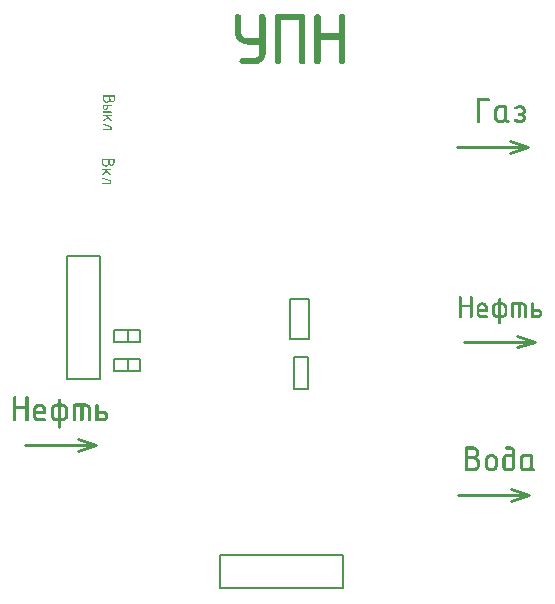
<source format=gto>
G04 Layer_Color=65535*
%FSLAX44Y44*%
%MOMM*%
G71*
G01*
G75*
%ADD23C,0.2540*%
%ADD24C,0.2000*%
G36*
X477752Y474991D02*
X478181Y474913D01*
X478689Y474757D01*
X479196Y474523D01*
X479743Y474171D01*
X480250Y473742D01*
X480289Y473703D01*
X480445Y473508D01*
X480680Y473234D01*
X480914Y472883D01*
X481148Y472415D01*
X481382Y471868D01*
X481538Y471283D01*
X481577Y470619D01*
Y470580D01*
Y470502D01*
Y470385D01*
X481538Y470228D01*
X481499Y469838D01*
X481382Y469330D01*
X481226Y468823D01*
X480953Y468316D01*
X480601Y467847D01*
X480133Y467496D01*
X480211Y467457D01*
X480367Y467340D01*
X480601Y467144D01*
X480875Y466832D01*
X481109Y466403D01*
X481343Y465895D01*
X481499Y465231D01*
X481577Y464412D01*
Y464372D01*
Y464333D01*
Y464099D01*
X481499Y463748D01*
X481421Y463318D01*
X481265Y462850D01*
X481031Y462303D01*
X480680Y461796D01*
X480250Y461288D01*
X480211Y461249D01*
X480016Y461093D01*
X479743Y460898D01*
X479391Y460664D01*
X478923Y460390D01*
X478376Y460195D01*
X477752Y460039D01*
X477088Y460000D01*
X475839D01*
X475604Y460039D01*
X475292Y460078D01*
X474863Y460156D01*
X474433Y460234D01*
X473887Y460390D01*
X473340Y460586D01*
X473262Y460625D01*
X473067Y460703D01*
X472793Y460859D01*
X472481Y461054D01*
X472169Y461288D01*
X471895Y461601D01*
X471700Y461913D01*
X471661Y462108D01*
X471622Y462303D01*
Y462342D01*
Y462381D01*
X471661Y462577D01*
X471739Y462850D01*
X471895Y463201D01*
Y463240D01*
X471935Y463279D01*
X472130Y463475D01*
X472364Y463631D01*
X472520Y463670D01*
X472715Y463709D01*
X472754D01*
X472832Y463670D01*
X472911Y463631D01*
X473106Y463592D01*
X473340Y463514D01*
X473652Y463357D01*
X474043Y463201D01*
X474082Y463162D01*
X474238Y463123D01*
X474472Y463045D01*
X474745Y462967D01*
X475409Y462772D01*
X475721Y462733D01*
X476034Y462694D01*
X477205D01*
X477322Y462733D01*
X477517Y462772D01*
X477908Y462928D01*
X478103Y463045D01*
X478298Y463201D01*
X478337Y463240D01*
X478376Y463279D01*
X478454Y463396D01*
X478571Y463553D01*
X478767Y463943D01*
X478806Y464177D01*
X478845Y464412D01*
Y464450D01*
Y464568D01*
X478806Y464685D01*
Y464880D01*
X478649Y465309D01*
X478532Y465505D01*
X478376Y465700D01*
X478298Y465778D01*
X478103Y465895D01*
X477752Y466051D01*
X477322Y466168D01*
X475917D01*
X475682Y466246D01*
X475370Y466363D01*
X475097Y466559D01*
X475019Y466637D01*
X474902Y466832D01*
X474785Y467105D01*
X474706Y467496D01*
Y467535D01*
Y467574D01*
X474745Y467808D01*
X474863Y468120D01*
X475097Y468433D01*
X475136Y468472D01*
X475175Y468511D01*
X475253Y468589D01*
X475409Y468667D01*
X475565Y468745D01*
X475799Y468784D01*
X476034Y468862D01*
X477127D01*
X477283Y468901D01*
X477517Y468940D01*
X477947Y469057D01*
X478181Y469174D01*
X478376Y469330D01*
X478415Y469370D01*
X478454Y469409D01*
X478532Y469526D01*
X478610Y469682D01*
X478767Y470072D01*
X478845Y470345D01*
Y470619D01*
Y470658D01*
Y470736D01*
X478806Y470853D01*
X478767Y471048D01*
X478649Y471439D01*
X478493Y471634D01*
X478337Y471829D01*
X478298Y471868D01*
X478259Y471907D01*
X478142Y471985D01*
X477986Y472102D01*
X477595Y472298D01*
X477361Y472337D01*
X477088Y472376D01*
X475721D01*
X475487Y472337D01*
X475214D01*
X474902Y472298D01*
X474511Y472220D01*
X474121Y472141D01*
X474082D01*
X473965Y472102D01*
X473769Y472063D01*
X473535Y472024D01*
X473067Y471829D01*
X472872Y471751D01*
X472715Y471634D01*
X472676D01*
X472637Y471595D01*
X472442Y471556D01*
X472286Y471517D01*
X472169Y471556D01*
X472013Y471634D01*
X471895Y471790D01*
Y471829D01*
X471856Y471868D01*
X471778Y472102D01*
X471661Y472415D01*
X471622Y472727D01*
Y472766D01*
X471661Y472883D01*
X471739Y473078D01*
X471856Y473313D01*
X472091Y473586D01*
X472403Y473898D01*
X472872Y474211D01*
X473184Y474328D01*
X473496Y474484D01*
X473574Y474523D01*
X473730Y474562D01*
X474004Y474679D01*
X474355Y474796D01*
X474745Y474874D01*
X475175Y474991D01*
X475604Y475030D01*
X476034Y475069D01*
X477400D01*
X477752Y474991D01*
D02*
G37*
G36*
X124183Y459311D02*
X130425Y457243D01*
X130445D01*
X130484Y457204D01*
X130562Y457165D01*
X130640Y457126D01*
X130718Y457048D01*
X130796Y456951D01*
X130835Y456853D01*
X130854Y456717D01*
Y454610D01*
Y454590D01*
Y454532D01*
X130835Y454434D01*
X130796Y454337D01*
X130718Y454259D01*
X130640Y454161D01*
X130503Y454103D01*
X130328Y454083D01*
X123929D01*
X123851Y454103D01*
X123754Y454142D01*
X123656Y454220D01*
X123578Y454298D01*
X123519Y454434D01*
X123500Y454610D01*
Y454629D01*
Y454688D01*
X123519Y454785D01*
X123559Y454863D01*
X123617Y454961D01*
X123715Y455059D01*
X123832Y455117D01*
X124007Y455136D01*
X129801D01*
Y456346D01*
X123851Y458316D01*
X123832D01*
X123793Y458336D01*
X123676Y458414D01*
X123617Y458492D01*
X123559Y458570D01*
X123519Y458667D01*
X123500Y458804D01*
Y458823D01*
Y458882D01*
X123519Y458979D01*
X123559Y459058D01*
X123637Y459155D01*
X123715Y459253D01*
X123851Y459311D01*
X124027Y459331D01*
X124085D01*
X124183Y459311D01*
D02*
G37*
G36*
X464556Y475030D02*
X464751Y474991D01*
X465024Y474913D01*
X465298Y474718D01*
X465493Y474484D01*
X465649Y474171D01*
X465727Y473703D01*
Y463396D01*
Y463357D01*
Y463279D01*
X465766Y463162D01*
X465844Y463045D01*
X465961Y462889D01*
X466157Y462772D01*
X466391Y462694D01*
X466742Y462655D01*
X466898D01*
X467094Y462577D01*
X467289Y462499D01*
X467445Y462342D01*
X467640Y462108D01*
X467757Y461757D01*
X467796Y461327D01*
Y461288D01*
X467757Y461132D01*
X467718Y460898D01*
X467640Y460664D01*
X467445Y460429D01*
X467211Y460195D01*
X466859Y460039D01*
X466391Y460000D01*
X466118D01*
X465844Y460078D01*
X465493Y460156D01*
X465142Y460273D01*
X464712Y460468D01*
X464361Y460742D01*
X464010Y461093D01*
X463970Y461054D01*
X463814Y460937D01*
X463619Y460742D01*
X463307Y460547D01*
X462916Y460351D01*
X462448Y460156D01*
X461862Y460039D01*
X461238Y460000D01*
X459090D01*
X458856Y460039D01*
X458505Y460078D01*
X458075Y460156D01*
X457568Y460312D01*
X457060Y460547D01*
X456514Y460820D01*
X456006Y461249D01*
X455967Y461327D01*
X455811Y461483D01*
X455616Y461757D01*
X455382Y462147D01*
X455148Y462577D01*
X454952Y463123D01*
X454796Y463748D01*
X454757Y464412D01*
Y470619D01*
Y470658D01*
Y470697D01*
X454796Y470931D01*
X454835Y471283D01*
X454913Y471712D01*
X455069Y472220D01*
X455304Y472727D01*
X455577Y473274D01*
X456006Y473781D01*
X456084Y473820D01*
X456241Y473976D01*
X456514Y474171D01*
X456904Y474445D01*
X457334Y474679D01*
X457880Y474874D01*
X458505Y475030D01*
X459169Y475069D01*
X464400D01*
X464556Y475030D01*
D02*
G37*
G36*
X292485Y552489D02*
X292876Y552411D01*
X293423Y552255D01*
X293969Y551864D01*
X294360Y551396D01*
X294672Y550771D01*
X294828Y549834D01*
Y512656D01*
Y512578D01*
X294750Y512265D01*
X294672Y511796D01*
X294516Y511328D01*
X294125Y510859D01*
X293657Y510391D01*
X292954Y510078D01*
X292017Y510000D01*
X291939D01*
X291626Y510078D01*
X291157Y510156D01*
X290689Y510312D01*
X290220Y510625D01*
X289752Y511093D01*
X289439Y511796D01*
X289361Y512656D01*
Y547178D01*
X274209D01*
Y512656D01*
Y512578D01*
X274131Y512265D01*
X274053Y511796D01*
X273896Y511328D01*
X273506Y510859D01*
X273037Y510391D01*
X272334Y510078D01*
X271397Y510000D01*
X271319D01*
X271006Y510078D01*
X270538Y510156D01*
X270069Y510312D01*
X269601Y510625D01*
X269132Y511093D01*
X268820Y511796D01*
X268741Y512656D01*
Y549834D01*
Y549990D01*
X268820Y550302D01*
X268898Y550693D01*
X269054Y551240D01*
X269366Y551708D01*
X269835Y552177D01*
X270538Y552489D01*
X271397Y552567D01*
X292173D01*
X292485Y552489D01*
D02*
G37*
G36*
X130503Y475073D02*
X130601Y475034D01*
X130679Y474956D01*
X130776Y474878D01*
X130835Y474741D01*
X130854Y474566D01*
Y474546D01*
Y474488D01*
X130835Y474390D01*
X130796Y474293D01*
X130718Y474215D01*
X130640Y474117D01*
X130503Y474058D01*
X130328Y474039D01*
X127714D01*
Y472986D01*
Y472966D01*
Y472947D01*
Y472830D01*
X127675Y472673D01*
X127635Y472478D01*
X127557Y472244D01*
X127460Y471991D01*
X127304Y471737D01*
X127089Y471503D01*
X127070Y471484D01*
X126972Y471405D01*
X126855Y471308D01*
X126680Y471191D01*
X126465Y471074D01*
X126212Y470976D01*
X125919Y470898D01*
X125607Y470879D01*
X125451D01*
X125295Y470918D01*
X125080Y470957D01*
X124846Y471035D01*
X124592Y471132D01*
X124339Y471288D01*
X124105Y471503D01*
X124085Y471523D01*
X124007Y471620D01*
X123910Y471737D01*
X123812Y471913D01*
X123695Y472127D01*
X123597Y472381D01*
X123519Y472673D01*
X123500Y472986D01*
Y474566D01*
Y474585D01*
Y474644D01*
X123519Y474741D01*
X123559Y474819D01*
X123617Y474917D01*
X123715Y475014D01*
X123832Y475073D01*
X124007Y475092D01*
X130406D01*
X130503Y475073D01*
D02*
G37*
G36*
X133663Y483480D02*
X133761Y483442D01*
X133839Y483383D01*
X133936Y483285D01*
X133995Y483168D01*
X134014Y482993D01*
Y480359D01*
Y480340D01*
Y480301D01*
Y480242D01*
X133995Y480164D01*
X133975Y479969D01*
X133917Y479716D01*
X133839Y479403D01*
X133702Y479091D01*
X133507Y478779D01*
X133254Y478487D01*
X133215Y478448D01*
X133117Y478370D01*
X132961Y478253D01*
X132727Y478097D01*
X132454Y477960D01*
X132142Y477843D01*
X131791Y477765D01*
X131381Y477726D01*
X131264D01*
X131166Y477745D01*
X130932Y477784D01*
X130659Y477843D01*
X130328Y477960D01*
X129976Y478135D01*
X129820Y478253D01*
X129645Y478370D01*
X129489Y478526D01*
X129333Y478701D01*
X129313Y478682D01*
X129294Y478643D01*
X129235Y478565D01*
X129157Y478467D01*
X129079Y478350D01*
X128962Y478233D01*
X128826Y478097D01*
X128669Y477940D01*
X128474Y477804D01*
X128279Y477667D01*
X128065Y477550D01*
X127811Y477433D01*
X127557Y477336D01*
X127265Y477258D01*
X126972Y477219D01*
X126641Y477199D01*
X126524D01*
X126426Y477219D01*
X126309D01*
X126173Y477238D01*
X125880Y477316D01*
X125529Y477433D01*
X125158Y477589D01*
X124768Y477823D01*
X124592Y477980D01*
X124417Y478135D01*
Y478155D01*
X124378Y478175D01*
X124339Y478233D01*
X124280Y478292D01*
X124124Y478487D01*
X123968Y478760D01*
X123793Y479072D01*
X123637Y479462D01*
X123539Y479891D01*
X123519Y480125D01*
X123500Y480359D01*
Y482993D01*
Y483012D01*
Y483071D01*
X123519Y483149D01*
X123559Y483246D01*
X123617Y483344D01*
X123715Y483422D01*
X123832Y483480D01*
X124007Y483500D01*
X133566D01*
X133663Y483480D01*
D02*
G37*
G36*
X130503Y466665D02*
X130601Y466626D01*
X130679Y466548D01*
X130776Y466470D01*
X130835Y466334D01*
X130854Y466158D01*
Y466139D01*
Y466080D01*
X130835Y465983D01*
X130796Y465885D01*
X130718Y465807D01*
X130640Y465709D01*
X130503Y465651D01*
X130328Y465631D01*
X127401D01*
X130698Y462335D01*
X130718Y462315D01*
X130776Y462237D01*
X130835Y462120D01*
X130854Y461964D01*
Y461945D01*
Y461886D01*
X130835Y461788D01*
X130796Y461691D01*
X130718Y461613D01*
X130640Y461515D01*
X130503Y461457D01*
X130328Y461437D01*
X130288D01*
X130211Y461457D01*
X130074Y461496D01*
X129957Y461593D01*
X127635Y463895D01*
X124319Y461535D01*
X124300Y461515D01*
X124222Y461476D01*
X124124Y461457D01*
X124007Y461437D01*
X123929D01*
X123851Y461457D01*
X123754Y461496D01*
X123656Y461574D01*
X123578Y461652D01*
X123519Y461788D01*
X123500Y461964D01*
Y461984D01*
Y462003D01*
X123519Y462120D01*
X123597Y462257D01*
X123637Y462335D01*
X123715Y462393D01*
X126875Y464656D01*
X125899Y465631D01*
X123929D01*
X123851Y465651D01*
X123754Y465690D01*
X123656Y465768D01*
X123578Y465846D01*
X123519Y465983D01*
X123500Y466158D01*
Y466178D01*
Y466236D01*
X123519Y466334D01*
X123559Y466412D01*
X123617Y466509D01*
X123715Y466607D01*
X123832Y466665D01*
X124007Y466685D01*
X130406D01*
X130503Y466665D01*
D02*
G37*
G36*
Y469826D02*
X130601Y469786D01*
X130679Y469708D01*
X130776Y469630D01*
X130835Y469494D01*
X130854Y469318D01*
Y469299D01*
Y469240D01*
X130835Y469143D01*
X130796Y469045D01*
X130718Y468967D01*
X130640Y468870D01*
X130503Y468811D01*
X130328Y468792D01*
X123929D01*
X123851Y468811D01*
X123754Y468850D01*
X123656Y468928D01*
X123578Y469006D01*
X123519Y469143D01*
X123500Y469318D01*
Y469338D01*
Y469396D01*
X123519Y469494D01*
X123559Y469572D01*
X123617Y469669D01*
X123715Y469767D01*
X123832Y469826D01*
X124007Y469845D01*
X130406D01*
X130503Y469826D01*
D02*
G37*
G36*
X444883Y308153D02*
X445259Y308119D01*
X445737Y308016D01*
X446249Y307845D01*
X446830Y307606D01*
X447411Y307264D01*
X447957Y306786D01*
X448026Y306718D01*
X448162Y306547D01*
X448402Y306240D01*
X448675Y305830D01*
X448914Y305351D01*
X449153Y304771D01*
X449290Y304121D01*
X449358Y303404D01*
Y300432D01*
X442150D01*
Y298895D01*
Y298860D01*
Y298792D01*
X442184Y298655D01*
X442218Y298519D01*
X442355Y298177D01*
X442457Y297972D01*
X442594Y297801D01*
X442628Y297767D01*
X442662Y297733D01*
X442765Y297665D01*
X442901Y297596D01*
X443209Y297426D01*
X443414Y297391D01*
X443619Y297357D01*
X448197D01*
X448333Y297323D01*
X448504Y297289D01*
X448743Y297221D01*
X448982Y297050D01*
X449153Y296845D01*
X449290Y296572D01*
X449358Y296161D01*
Y296127D01*
X449324Y295991D01*
X449290Y295786D01*
X449222Y295581D01*
X449051Y295376D01*
X448846Y295171D01*
X448538Y295034D01*
X448128Y295000D01*
X443550D01*
X443345Y295034D01*
X443038Y295068D01*
X442662Y295137D01*
X442218Y295273D01*
X441774Y295478D01*
X441296Y295717D01*
X440852Y296093D01*
X440817Y296161D01*
X440681Y296298D01*
X440510Y296537D01*
X440305Y296879D01*
X440100Y297255D01*
X439929Y297733D01*
X439793Y298280D01*
X439758Y298860D01*
Y303370D01*
Y303404D01*
Y303472D01*
Y303575D01*
X439793Y303712D01*
X439827Y304087D01*
X439929Y304566D01*
X440100Y305078D01*
X440339Y305659D01*
X440681Y306240D01*
X441125Y306786D01*
X441193Y306855D01*
X441364Y306991D01*
X441671Y307230D01*
X442081Y307504D01*
X442560Y307743D01*
X443175Y307982D01*
X443824Y308119D01*
X444541Y308187D01*
X444746D01*
X444883Y308153D01*
D02*
G37*
G36*
X459470Y311774D02*
X459641Y311740D01*
X459880Y311672D01*
X460120Y311501D01*
X460290Y311296D01*
X460427Y311022D01*
X460495Y310613D01*
Y308187D01*
X460769D01*
X461042Y308153D01*
X461418D01*
X461794Y308084D01*
X462203Y308016D01*
X462613Y307948D01*
X462955Y307811D01*
X463023Y307777D01*
X463194Y307709D01*
X463433Y307572D01*
X463741Y307401D01*
X464082Y307128D01*
X464424Y306820D01*
X464800Y306479D01*
X465107Y306035D01*
X465141Y305966D01*
X465244Y305830D01*
X465381Y305590D01*
X465517Y305249D01*
X465654Y304873D01*
X465791Y304429D01*
X465893Y303916D01*
X465927Y303404D01*
Y299783D01*
Y299749D01*
Y299680D01*
Y299578D01*
X465893Y299441D01*
X465859Y299100D01*
X465756Y298621D01*
X465586Y298075D01*
X465312Y297528D01*
X464971Y296947D01*
X464492Y296401D01*
X464424Y296332D01*
X464253Y296196D01*
X463946Y295957D01*
X463536Y295717D01*
X463058Y295444D01*
X462477Y295205D01*
X461794Y295068D01*
X461076Y295000D01*
X460495D01*
Y290764D01*
Y290730D01*
X460461Y290593D01*
X460427Y290388D01*
X460359Y290183D01*
X460188Y289944D01*
X459983Y289773D01*
X459675Y289636D01*
X459266Y289568D01*
X459231D01*
X459095Y289602D01*
X458890Y289636D01*
X458685Y289705D01*
X458480Y289876D01*
X458275Y290081D01*
X458138Y290354D01*
X458104Y290764D01*
Y295000D01*
X457250D01*
X457113Y295034D01*
X456772Y295068D01*
X456293Y295171D01*
X455747Y295342D01*
X455200Y295581D01*
X454619Y295922D01*
X454073Y296367D01*
X454004Y296435D01*
X453868Y296606D01*
X453629Y296913D01*
X453389Y297323D01*
X453116Y297801D01*
X452877Y298416D01*
X452740Y299065D01*
X452672Y299783D01*
Y303370D01*
Y303404D01*
Y303472D01*
Y303575D01*
X452706Y303712D01*
X452740Y304087D01*
X452843Y304566D01*
X453014Y305078D01*
X453253Y305659D01*
X453594Y306240D01*
X454073Y306786D01*
X454141Y306855D01*
X454312Y306991D01*
X454619Y307230D01*
X455029Y307504D01*
X455508Y307743D01*
X456088Y307982D01*
X456737Y308119D01*
X457455Y308187D01*
X458104D01*
Y310613D01*
Y310681D01*
X458138Y310818D01*
X458172Y310988D01*
X458241Y311227D01*
X458377Y311432D01*
X458582Y311637D01*
X458890Y311774D01*
X459266Y311808D01*
X459334D01*
X459470Y311774D01*
D02*
G37*
G36*
X479183Y308119D02*
X479558Y308050D01*
X480002Y307914D01*
X480447Y307709D01*
X480925Y307401D01*
X481369Y307025D01*
X481403Y306991D01*
X481540Y306820D01*
X481745Y306581D01*
X481950Y306274D01*
X482155Y305864D01*
X482360Y305385D01*
X482496Y304873D01*
X482531Y304292D01*
Y296161D01*
Y296127D01*
X482496Y295991D01*
X482462Y295786D01*
X482394Y295581D01*
X482223Y295376D01*
X482018Y295171D01*
X481711Y295034D01*
X481301Y295000D01*
X481266D01*
X481130Y295034D01*
X480925Y295068D01*
X480720Y295137D01*
X480515Y295273D01*
X480310Y295478D01*
X480173Y295786D01*
X480139Y296161D01*
Y304292D01*
Y304326D01*
Y304395D01*
X480105Y304531D01*
X480071Y304668D01*
X479934Y305044D01*
X479832Y305215D01*
X479661Y305385D01*
X479627Y305420D01*
X479593Y305454D01*
X479490Y305522D01*
X479353Y305625D01*
X479012Y305761D01*
X478841Y305795D01*
X478602Y305830D01*
X477099D01*
Y296161D01*
Y296127D01*
X477064Y295991D01*
X477030Y295786D01*
X476962Y295581D01*
X476791Y295376D01*
X476586Y295171D01*
X476279Y295034D01*
X475869Y295000D01*
X475835D01*
X475698Y295034D01*
X475493Y295068D01*
X475288Y295137D01*
X475083Y295273D01*
X474878Y295478D01*
X474741Y295786D01*
X474707Y296161D01*
Y305830D01*
X471667D01*
Y296161D01*
Y296127D01*
X471632Y295991D01*
X471598Y295786D01*
X471530Y295581D01*
X471359Y295376D01*
X471154Y295171D01*
X470847Y295034D01*
X470437Y295000D01*
X470403D01*
X470266Y295034D01*
X470061Y295068D01*
X469856Y295137D01*
X469651Y295273D01*
X469446Y295478D01*
X469309Y295786D01*
X469275Y296161D01*
Y306991D01*
Y307059D01*
X469309Y307196D01*
X469344Y307367D01*
X469412Y307606D01*
X469548Y307811D01*
X469753Y308016D01*
X470061Y308153D01*
X470437Y308187D01*
X478875D01*
X479183Y308119D01*
D02*
G37*
G36*
X487245Y308153D02*
X487416Y308119D01*
X487655Y308050D01*
X487894Y307879D01*
X488065Y307675D01*
X488201Y307401D01*
X488270Y306991D01*
Y302789D01*
X491823D01*
X492130Y302721D01*
X492506Y302652D01*
X492950Y302516D01*
X493394Y302311D01*
X493873Y302003D01*
X494317Y301628D01*
X494351Y301593D01*
X494487Y301423D01*
X494692Y301183D01*
X494897Y300876D01*
X495103Y300466D01*
X495307Y299988D01*
X495444Y299475D01*
X495478Y298895D01*
Y298860D01*
Y298826D01*
Y298621D01*
X495410Y298314D01*
X495342Y297938D01*
X495205Y297494D01*
X495000Y297050D01*
X494692Y296572D01*
X494317Y296127D01*
X494283Y296093D01*
X494112Y295957D01*
X493873Y295786D01*
X493565Y295581D01*
X493155Y295342D01*
X492677Y295171D01*
X492130Y295034D01*
X491549Y295000D01*
X487006D01*
X486869Y295034D01*
X486664Y295068D01*
X486459Y295137D01*
X486254Y295273D01*
X486049Y295478D01*
X485913Y295786D01*
X485878Y296161D01*
Y306991D01*
Y307059D01*
X485913Y307196D01*
X485947Y307367D01*
X486015Y307606D01*
X486152Y307811D01*
X486357Y308016D01*
X486664Y308153D01*
X487040Y308187D01*
X487108D01*
X487245Y308153D01*
D02*
G37*
G36*
X435386Y313585D02*
X435556Y313550D01*
X435796Y313482D01*
X436035Y313311D01*
X436205Y313106D01*
X436342Y312833D01*
X436410Y312423D01*
Y296161D01*
Y296127D01*
X436376Y295991D01*
X436342Y295786D01*
X436274Y295581D01*
X436103Y295376D01*
X435898Y295171D01*
X435591Y295034D01*
X435181Y295000D01*
X435146D01*
X435010Y295034D01*
X434805Y295068D01*
X434600Y295137D01*
X434395Y295273D01*
X434190Y295478D01*
X434053Y295786D01*
X434019Y296161D01*
Y304019D01*
X427391D01*
Y296161D01*
Y296127D01*
X427357Y295991D01*
X427323Y295786D01*
X427255Y295581D01*
X427084Y295376D01*
X426879Y295171D01*
X426572Y295034D01*
X426161Y295000D01*
X426127D01*
X425991Y295034D01*
X425786Y295068D01*
X425581Y295137D01*
X425376Y295273D01*
X425171Y295478D01*
X425034Y295786D01*
X425000Y296161D01*
Y312423D01*
Y312491D01*
X425034Y312628D01*
X425068Y312799D01*
X425137Y313038D01*
X425273Y313243D01*
X425478Y313448D01*
X425786Y313585D01*
X426161Y313619D01*
X426230D01*
X426367Y313585D01*
X426537Y313550D01*
X426777Y313482D01*
X427016Y313311D01*
X427186Y313106D01*
X427323Y312833D01*
X427391Y312423D01*
Y306376D01*
X434019D01*
Y312423D01*
Y312491D01*
X434053Y312628D01*
X434087Y312799D01*
X434156Y313038D01*
X434292Y313243D01*
X434497Y313448D01*
X434805Y313585D01*
X435181Y313619D01*
X435249D01*
X435386Y313585D01*
D02*
G37*
G36*
X449799Y481238D02*
X449994Y481199D01*
X450267Y481120D01*
X450541Y480925D01*
X450736Y480691D01*
X450892Y480379D01*
X450970Y479910D01*
Y479871D01*
X450931Y479715D01*
X450892Y479481D01*
X450814Y479247D01*
X450619Y479012D01*
X450385Y478778D01*
X450033Y478622D01*
X449565Y478583D01*
X442733D01*
Y461327D01*
Y461288D01*
X442694Y461132D01*
X442655Y460898D01*
X442577Y460664D01*
X442381Y460429D01*
X442147Y460195D01*
X441796Y460039D01*
X441327Y460000D01*
X441288D01*
X441132Y460039D01*
X440898Y460078D01*
X440664Y460156D01*
X440429Y460312D01*
X440195Y460547D01*
X440039Y460898D01*
X440000Y461327D01*
Y479910D01*
Y479988D01*
X440039Y480145D01*
X440078Y480340D01*
X440156Y480613D01*
X440312Y480847D01*
X440547Y481082D01*
X440898Y481238D01*
X441327Y481277D01*
X449643D01*
X449799Y481238D01*
D02*
G37*
G36*
X326227Y552489D02*
X326617Y552411D01*
X327164Y552255D01*
X327711Y551864D01*
X328101Y551396D01*
X328414Y550771D01*
X328570Y549834D01*
Y512656D01*
Y512578D01*
X328492Y512265D01*
X328414Y511796D01*
X328257Y511328D01*
X327867Y510859D01*
X327398Y510391D01*
X326695Y510078D01*
X325758Y510000D01*
X325680D01*
X325368Y510078D01*
X324899Y510156D01*
X324430Y510312D01*
X323962Y510625D01*
X323493Y511093D01*
X323181Y511796D01*
X323102Y512656D01*
Y530620D01*
X307950D01*
Y512656D01*
Y512578D01*
X307872Y512265D01*
X307794Y511796D01*
X307638Y511328D01*
X307247Y510859D01*
X306779Y510391D01*
X306076Y510078D01*
X305138Y510000D01*
X305060D01*
X304748Y510078D01*
X304279Y510156D01*
X303811Y510312D01*
X303342Y510625D01*
X302873Y511093D01*
X302561Y511796D01*
X302483Y512656D01*
Y549834D01*
Y549990D01*
X302561Y550302D01*
X302639Y550693D01*
X302795Y551240D01*
X303108Y551708D01*
X303576Y552177D01*
X304279Y552489D01*
X305138Y552567D01*
X305294D01*
X305607Y552489D01*
X305998Y552411D01*
X306544Y552255D01*
X307091Y551864D01*
X307481Y551396D01*
X307794Y550771D01*
X307950Y549834D01*
Y536009D01*
X323102D01*
Y549834D01*
Y549990D01*
X323181Y550302D01*
X323259Y550693D01*
X323415Y551240D01*
X323727Y551708D01*
X324196Y552177D01*
X324899Y552489D01*
X325758Y552567D01*
X325914D01*
X326227Y552489D01*
D02*
G37*
G36*
X258744D02*
X259135Y552411D01*
X259681Y552255D01*
X260228Y551864D01*
X260618Y551396D01*
X260931Y550771D01*
X261087Y549834D01*
Y518826D01*
Y518748D01*
Y518670D01*
Y518201D01*
X260931Y517498D01*
X260775Y516639D01*
X260462Y515702D01*
X259994Y514608D01*
X259291Y513593D01*
X258431Y512578D01*
X258353Y512499D01*
X257963Y512187D01*
X257416Y511796D01*
X256713Y511328D01*
X255776Y510781D01*
X254683Y510391D01*
X253433Y510078D01*
X252105Y510000D01*
X241717D01*
X241405Y510078D01*
X240936Y510156D01*
X240467Y510312D01*
X239921Y510625D01*
X239530Y511093D01*
X239218Y511796D01*
X239062Y512656D01*
Y512812D01*
X239140Y513124D01*
X239218Y513515D01*
X239374Y514062D01*
X239764Y514530D01*
X240233Y514999D01*
X240858Y515311D01*
X241795Y515389D01*
X252339D01*
X252574Y515467D01*
X252964Y515546D01*
X253745Y515858D01*
X254136Y516092D01*
X254526Y516405D01*
X254604Y516483D01*
X254683Y516561D01*
X254839Y516795D01*
X255073Y517108D01*
X255464Y517889D01*
X255542Y518357D01*
X255620Y518826D01*
Y526480D01*
X245700D01*
X245310Y526558D01*
X244919D01*
X244373Y526636D01*
X243826Y526793D01*
X242420Y527183D01*
X241639Y527495D01*
X240858Y527886D01*
X240077Y528277D01*
X239296Y528823D01*
X238515Y529526D01*
X237734Y530229D01*
X237031Y531088D01*
X236406Y532104D01*
X236328Y532182D01*
X236172Y532494D01*
X235937Y532963D01*
X235703Y533588D01*
X235469Y534369D01*
X235234Y535306D01*
X235078Y536321D01*
X235000Y537415D01*
Y549834D01*
Y549990D01*
X235078Y550302D01*
X235156Y550693D01*
X235312Y551240D01*
X235625Y551708D01*
X236094Y552177D01*
X236796Y552489D01*
X237656Y552567D01*
X237812D01*
X238124Y552489D01*
X238515Y552411D01*
X239062Y552255D01*
X239608Y551864D01*
X239999Y551396D01*
X240311Y550771D01*
X240467Y549834D01*
Y537415D01*
Y537337D01*
Y537024D01*
X240546Y536556D01*
X240702Y536009D01*
X240858Y535384D01*
X241092Y534759D01*
X241483Y534056D01*
X242029Y533432D01*
X242108Y533353D01*
X242342Y533197D01*
X242654Y532963D01*
X243123Y532650D01*
X243670Y532338D01*
X244373Y532104D01*
X245154Y531948D01*
X245935Y531869D01*
X255620D01*
Y549834D01*
Y549990D01*
X255698Y550302D01*
X255776Y550693D01*
X255932Y551240D01*
X256245Y551708D01*
X256713Y552177D01*
X257416Y552489D01*
X258275Y552567D01*
X258431D01*
X258744Y552489D01*
D02*
G37*
G36*
X118631Y222530D02*
X118826Y222491D01*
X119099Y222413D01*
X119372Y222218D01*
X119567Y221984D01*
X119724Y221672D01*
X119802Y221203D01*
Y216401D01*
X123862D01*
X124213Y216323D01*
X124643Y216245D01*
X125150Y216089D01*
X125658Y215854D01*
X126204Y215503D01*
X126712Y215074D01*
X126751Y215035D01*
X126907Y214839D01*
X127141Y214566D01*
X127375Y214215D01*
X127610Y213746D01*
X127844Y213200D01*
X128000Y212614D01*
X128039Y211951D01*
Y211912D01*
Y211873D01*
Y211638D01*
X127961Y211287D01*
X127883Y210857D01*
X127727Y210350D01*
X127493Y209842D01*
X127141Y209296D01*
X126712Y208788D01*
X126673Y208749D01*
X126477Y208593D01*
X126204Y208398D01*
X125853Y208164D01*
X125384Y207890D01*
X124838Y207695D01*
X124213Y207539D01*
X123549Y207500D01*
X118357D01*
X118201Y207539D01*
X117967Y207578D01*
X117733Y207656D01*
X117498Y207812D01*
X117264Y208047D01*
X117108Y208398D01*
X117069Y208827D01*
Y221203D01*
Y221281D01*
X117108Y221437D01*
X117147Y221632D01*
X117225Y221906D01*
X117381Y222140D01*
X117615Y222374D01*
X117967Y222530D01*
X118396Y222569D01*
X118474D01*
X118631Y222530D01*
D02*
G37*
G36*
X486178Y180030D02*
X486373Y179991D01*
X486647Y179913D01*
X486920Y179718D01*
X487115Y179484D01*
X487271Y179171D01*
X487350Y178703D01*
Y168396D01*
Y168357D01*
Y168279D01*
X487388Y168162D01*
X487467Y168045D01*
X487584Y167889D01*
X487779Y167772D01*
X488013Y167694D01*
X488364Y167655D01*
X488521D01*
X488716Y167577D01*
X488911Y167498D01*
X489067Y167342D01*
X489262Y167108D01*
X489380Y166757D01*
X489419Y166327D01*
Y166288D01*
X489380Y166132D01*
X489341Y165898D01*
X489262Y165664D01*
X489067Y165429D01*
X488833Y165195D01*
X488482Y165039D01*
X488013Y165000D01*
X487740D01*
X487467Y165078D01*
X487115Y165156D01*
X486764Y165273D01*
X486334Y165469D01*
X485983Y165742D01*
X485632Y166093D01*
X485593Y166054D01*
X485437Y165937D01*
X485241Y165742D01*
X484929Y165547D01*
X484539Y165351D01*
X484070Y165156D01*
X483484Y165039D01*
X482860Y165000D01*
X480713D01*
X480479Y165039D01*
X480127Y165078D01*
X479698Y165156D01*
X479190Y165312D01*
X478683Y165547D01*
X478136Y165820D01*
X477629Y166249D01*
X477589Y166327D01*
X477433Y166483D01*
X477238Y166757D01*
X477004Y167147D01*
X476770Y167577D01*
X476575Y168123D01*
X476418Y168748D01*
X476379Y169412D01*
Y175619D01*
Y175658D01*
Y175697D01*
X476418Y175931D01*
X476457Y176283D01*
X476535Y176712D01*
X476692Y177220D01*
X476926Y177727D01*
X477199Y178274D01*
X477629Y178781D01*
X477707Y178820D01*
X477863Y178976D01*
X478136Y179171D01*
X478526Y179445D01*
X478956Y179679D01*
X479502Y179874D01*
X480127Y180030D01*
X480791Y180069D01*
X486022D01*
X486178Y180030D01*
D02*
G37*
G36*
X70221Y222530D02*
X70651Y222491D01*
X71197Y222374D01*
X71783Y222179D01*
X72446Y221906D01*
X73110Y221515D01*
X73735Y220969D01*
X73813Y220891D01*
X73969Y220695D01*
X74242Y220344D01*
X74555Y219876D01*
X74828Y219329D01*
X75101Y218665D01*
X75257Y217924D01*
X75335Y217104D01*
Y213707D01*
X67098D01*
Y211951D01*
Y211912D01*
Y211833D01*
X67137Y211677D01*
X67176Y211521D01*
X67332Y211131D01*
X67449Y210896D01*
X67606Y210701D01*
X67645Y210662D01*
X67684Y210623D01*
X67801Y210545D01*
X67957Y210467D01*
X68308Y210272D01*
X68542Y210233D01*
X68777Y210194D01*
X74008D01*
X74164Y210155D01*
X74359Y210116D01*
X74633Y210038D01*
X74906Y209842D01*
X75101Y209608D01*
X75257Y209296D01*
X75335Y208827D01*
Y208788D01*
X75296Y208632D01*
X75257Y208398D01*
X75179Y208164D01*
X74984Y207929D01*
X74750Y207695D01*
X74398Y207539D01*
X73930Y207500D01*
X68699D01*
X68464Y207539D01*
X68113Y207578D01*
X67684Y207656D01*
X67176Y207812D01*
X66669Y208047D01*
X66122Y208320D01*
X65615Y208749D01*
X65575Y208827D01*
X65419Y208983D01*
X65224Y209257D01*
X64990Y209647D01*
X64756Y210077D01*
X64560Y210623D01*
X64404Y211248D01*
X64365Y211912D01*
Y217065D01*
Y217104D01*
Y217182D01*
Y217299D01*
X64404Y217455D01*
X64443Y217885D01*
X64560Y218431D01*
X64756Y219017D01*
X65029Y219680D01*
X65419Y220344D01*
X65927Y220969D01*
X66005Y221047D01*
X66200Y221203D01*
X66551Y221476D01*
X67020Y221789D01*
X67566Y222062D01*
X68269Y222335D01*
X69011Y222491D01*
X69831Y222569D01*
X70065D01*
X70221Y222530D01*
D02*
G37*
G36*
X109417Y222491D02*
X109847Y222413D01*
X110354Y222257D01*
X110862Y222023D01*
X111408Y221672D01*
X111916Y221242D01*
X111955Y221203D01*
X112111Y221008D01*
X112345Y220735D01*
X112579Y220383D01*
X112814Y219915D01*
X113048Y219368D01*
X113204Y218783D01*
X113243Y218119D01*
Y208827D01*
Y208788D01*
X113204Y208632D01*
X113165Y208398D01*
X113087Y208164D01*
X112892Y207929D01*
X112657Y207695D01*
X112306Y207539D01*
X111838Y207500D01*
X111799D01*
X111642Y207539D01*
X111408Y207578D01*
X111174Y207656D01*
X110940Y207812D01*
X110705Y208047D01*
X110549Y208398D01*
X110510Y208827D01*
Y218119D01*
Y218158D01*
Y218236D01*
X110471Y218392D01*
X110432Y218548D01*
X110276Y218978D01*
X110159Y219173D01*
X109964Y219368D01*
X109925Y219407D01*
X109886Y219446D01*
X109768Y219524D01*
X109612Y219641D01*
X109222Y219798D01*
X109027Y219837D01*
X108753Y219876D01*
X107036D01*
Y208827D01*
Y208788D01*
X106997Y208632D01*
X106958Y208398D01*
X106880Y208164D01*
X106684Y207929D01*
X106450Y207695D01*
X106099Y207539D01*
X105630Y207500D01*
X105591D01*
X105435Y207539D01*
X105201Y207578D01*
X104967Y207656D01*
X104732Y207812D01*
X104498Y208047D01*
X104342Y208398D01*
X104303Y208827D01*
Y219876D01*
X100828D01*
Y208827D01*
Y208788D01*
X100789Y208632D01*
X100750Y208398D01*
X100672Y208164D01*
X100477Y207929D01*
X100243Y207695D01*
X99891Y207539D01*
X99423Y207500D01*
X99384D01*
X99228Y207539D01*
X98994Y207578D01*
X98759Y207656D01*
X98525Y207812D01*
X98291Y208047D01*
X98135Y208398D01*
X98096Y208827D01*
Y221203D01*
Y221281D01*
X98135Y221437D01*
X98174Y221632D01*
X98252Y221906D01*
X98408Y222140D01*
X98642Y222374D01*
X98994Y222530D01*
X99423Y222569D01*
X109066D01*
X109417Y222491D01*
D02*
G37*
G36*
X436871Y186238D02*
X437300Y186199D01*
X437847Y186082D01*
X438472Y185886D01*
X439135Y185613D01*
X439799Y185223D01*
X440424Y184676D01*
X440502Y184598D01*
X440658Y184403D01*
X440931Y184051D01*
X441244Y183583D01*
X441517Y183036D01*
X441790Y182373D01*
X441946Y181592D01*
X442024Y180772D01*
Y180733D01*
Y180655D01*
Y180538D01*
X441985Y180343D01*
X441907Y179874D01*
X441790Y179289D01*
X441556Y178664D01*
X441204Y178000D01*
X440970Y177649D01*
X440736Y177337D01*
X440424Y177063D01*
X440072Y176790D01*
X440111D01*
X440189Y176712D01*
X440346Y176634D01*
X440541Y176478D01*
X440775Y176283D01*
X441009Y176087D01*
X441283Y175814D01*
X441556Y175502D01*
X441829Y175150D01*
X442102Y174760D01*
X442337Y174331D01*
X442571Y173862D01*
X442766Y173316D01*
X442922Y172769D01*
X443000Y172144D01*
X443039Y171481D01*
Y171442D01*
Y171364D01*
Y171207D01*
X443000Y171012D01*
Y170817D01*
X442922Y170544D01*
X442805Y169880D01*
X442571Y169177D01*
X442220Y168396D01*
X442024Y168006D01*
X441751Y167616D01*
X441478Y167225D01*
X441126Y166874D01*
X441087Y166835D01*
X441048Y166796D01*
X440931Y166718D01*
X440775Y166601D01*
X440385Y166288D01*
X439838Y165937D01*
X439135Y165586D01*
X438354Y165312D01*
X437457Y165078D01*
X436988Y165039D01*
X436481Y165000D01*
X431288D01*
X431132Y165039D01*
X430898Y165078D01*
X430664Y165156D01*
X430429Y165312D01*
X430195Y165547D01*
X430039Y165898D01*
X430000Y166327D01*
Y184910D01*
Y184988D01*
X430039Y185145D01*
X430078Y185340D01*
X430156Y185613D01*
X430312Y185847D01*
X430547Y186082D01*
X430898Y186238D01*
X431327Y186277D01*
X436715D01*
X436871Y186238D01*
D02*
G37*
G36*
X59368Y228738D02*
X59563Y228699D01*
X59837Y228620D01*
X60110Y228425D01*
X60305Y228191D01*
X60461Y227879D01*
X60539Y227410D01*
Y208827D01*
Y208788D01*
X60500Y208632D01*
X60461Y208398D01*
X60383Y208164D01*
X60188Y207929D01*
X59954Y207695D01*
X59602Y207539D01*
X59134Y207500D01*
X59095D01*
X58939Y207539D01*
X58704Y207578D01*
X58470Y207656D01*
X58236Y207812D01*
X58002Y208047D01*
X57846Y208398D01*
X57807Y208827D01*
Y217806D01*
X50233D01*
Y208827D01*
Y208788D01*
X50194Y208632D01*
X50155Y208398D01*
X50077Y208164D01*
X49881Y207929D01*
X49647Y207695D01*
X49296Y207539D01*
X48827Y207500D01*
X48788D01*
X48632Y207539D01*
X48398Y207578D01*
X48164Y207656D01*
X47929Y207812D01*
X47695Y208047D01*
X47539Y208398D01*
X47500Y208827D01*
Y227410D01*
Y227488D01*
X47539Y227645D01*
X47578Y227840D01*
X47656Y228113D01*
X47812Y228347D01*
X48047Y228582D01*
X48398Y228738D01*
X48827Y228777D01*
X48905D01*
X49062Y228738D01*
X49257Y228699D01*
X49530Y228620D01*
X49803Y228425D01*
X49999Y228191D01*
X50155Y227879D01*
X50233Y227410D01*
Y220500D01*
X57807D01*
Y227410D01*
Y227488D01*
X57846Y227645D01*
X57885Y227840D01*
X57963Y228113D01*
X58119Y228347D01*
X58353Y228582D01*
X58704Y228738D01*
X59134Y228777D01*
X59212D01*
X59368Y228738D01*
D02*
G37*
G36*
X468767Y186199D02*
X469196Y186120D01*
X469703Y185964D01*
X470211Y185730D01*
X470758Y185379D01*
X471265Y184949D01*
X471304Y184910D01*
X471460Y184715D01*
X471694Y184442D01*
X471929Y184090D01*
X472163Y183622D01*
X472397Y183075D01*
X472553Y182490D01*
X472592Y181826D01*
Y169412D01*
Y169373D01*
Y169333D01*
Y169099D01*
X472514Y168748D01*
X472436Y168318D01*
X472280Y167850D01*
X472046Y167303D01*
X471694Y166796D01*
X471265Y166288D01*
X471226Y166249D01*
X471031Y166093D01*
X470758Y165898D01*
X470406Y165664D01*
X469938Y165390D01*
X469391Y165195D01*
X468767Y165039D01*
X468103Y165000D01*
X465956D01*
X465721Y165039D01*
X465370Y165078D01*
X464941Y165156D01*
X464433Y165312D01*
X463926Y165547D01*
X463379Y165859D01*
X462872Y166288D01*
X462832Y166366D01*
X462676Y166523D01*
X462481Y166796D01*
X462247Y167147D01*
X462013Y167616D01*
X461817Y168162D01*
X461661Y168748D01*
X461622Y169412D01*
Y175619D01*
Y175658D01*
Y175697D01*
X461661Y175931D01*
X461700Y176283D01*
X461778Y176712D01*
X461935Y177220D01*
X462169Y177727D01*
X462481Y178274D01*
X462911Y178781D01*
X462989Y178820D01*
X463145Y178976D01*
X463418Y179171D01*
X463769Y179445D01*
X464238Y179679D01*
X464785Y179874D01*
X465370Y180030D01*
X466034Y180069D01*
X469860D01*
Y181826D01*
Y181865D01*
Y181943D01*
X469821Y182099D01*
X469782Y182256D01*
X469664Y182685D01*
X469508Y182880D01*
X469352Y183075D01*
X469313Y183114D01*
X469274Y183153D01*
X469157Y183232D01*
X469001Y183349D01*
X468610Y183505D01*
X468376Y183544D01*
X468103Y183583D01*
X464980D01*
X464823Y183622D01*
X464589Y183661D01*
X464355Y183739D01*
X464121Y183895D01*
X463886Y184130D01*
X463730Y184481D01*
X463691Y184910D01*
Y184988D01*
X463730Y185145D01*
X463769Y185340D01*
X463848Y185613D01*
X464004Y185847D01*
X464238Y186082D01*
X464589Y186238D01*
X465019Y186277D01*
X468415D01*
X468767Y186199D01*
D02*
G37*
G36*
X452721Y180030D02*
X453151Y179991D01*
X453697Y179874D01*
X454283Y179679D01*
X454946Y179406D01*
X455610Y179015D01*
X456235Y178469D01*
X456313Y178391D01*
X456469Y178195D01*
X456742Y177844D01*
X457055Y177376D01*
X457328Y176829D01*
X457601Y176165D01*
X457757Y175385D01*
X457835Y174565D01*
Y170466D01*
Y170427D01*
Y170348D01*
Y170231D01*
X457796Y170075D01*
X457757Y169685D01*
X457640Y169138D01*
X457445Y168514D01*
X457133Y167889D01*
X456742Y167225D01*
X456196Y166601D01*
X456118Y166523D01*
X455922Y166366D01*
X455571Y166093D01*
X455103Y165820D01*
X454556Y165508D01*
X453892Y165234D01*
X453151Y165078D01*
X452331Y165000D01*
X452096D01*
X451940Y165039D01*
X451511Y165078D01*
X450964Y165195D01*
X450379Y165390D01*
X449715Y165664D01*
X449051Y166054D01*
X448427Y166562D01*
X448349Y166640D01*
X448193Y166835D01*
X447919Y167186D01*
X447646Y167655D01*
X447373Y168201D01*
X447099Y168904D01*
X446943Y169646D01*
X446865Y170466D01*
Y174565D01*
Y174604D01*
Y174682D01*
Y174799D01*
X446904Y174955D01*
X446943Y175385D01*
X447060Y175931D01*
X447256Y176517D01*
X447529Y177180D01*
X447919Y177844D01*
X448427Y178469D01*
X448505Y178547D01*
X448700Y178703D01*
X449051Y178976D01*
X449520Y179289D01*
X450066Y179562D01*
X450769Y179835D01*
X451511Y179991D01*
X452331Y180069D01*
X452565D01*
X452721Y180030D01*
D02*
G37*
G36*
X86891Y226669D02*
X87086Y226630D01*
X87360Y226551D01*
X87633Y226356D01*
X87828Y226122D01*
X87984Y225810D01*
X88062Y225341D01*
Y222569D01*
X88375D01*
X88687Y222530D01*
X89116D01*
X89546Y222452D01*
X90014Y222374D01*
X90483Y222296D01*
X90873Y222140D01*
X90951Y222101D01*
X91146Y222023D01*
X91420Y221867D01*
X91771Y221672D01*
X92162Y221359D01*
X92552Y221008D01*
X92981Y220617D01*
X93333Y220110D01*
X93372Y220032D01*
X93489Y219876D01*
X93645Y219602D01*
X93801Y219212D01*
X93957Y218783D01*
X94114Y218275D01*
X94231Y217689D01*
X94270Y217104D01*
Y212966D01*
Y212927D01*
Y212848D01*
Y212731D01*
X94231Y212575D01*
X94192Y212185D01*
X94074Y211638D01*
X93879Y211014D01*
X93567Y210389D01*
X93177Y209725D01*
X92630Y209101D01*
X92552Y209023D01*
X92357Y208866D01*
X92005Y208593D01*
X91537Y208320D01*
X90990Y208008D01*
X90327Y207734D01*
X89546Y207578D01*
X88726Y207500D01*
X88062D01*
Y202659D01*
Y202620D01*
X88023Y202464D01*
X87984Y202230D01*
X87906Y201995D01*
X87711Y201722D01*
X87477Y201527D01*
X87125Y201371D01*
X86657Y201293D01*
X86618D01*
X86462Y201332D01*
X86228Y201371D01*
X85993Y201449D01*
X85759Y201644D01*
X85525Y201878D01*
X85369Y202191D01*
X85330Y202659D01*
Y207500D01*
X84354D01*
X84197Y207539D01*
X83807Y207578D01*
X83260Y207695D01*
X82636Y207890D01*
X82011Y208164D01*
X81348Y208554D01*
X80723Y209062D01*
X80645Y209140D01*
X80489Y209335D01*
X80215Y209686D01*
X79942Y210155D01*
X79630Y210701D01*
X79356Y211404D01*
X79200Y212146D01*
X79122Y212966D01*
Y217065D01*
Y217104D01*
Y217182D01*
Y217299D01*
X79161Y217455D01*
X79200Y217885D01*
X79317Y218431D01*
X79513Y219017D01*
X79786Y219680D01*
X80176Y220344D01*
X80723Y220969D01*
X80801Y221047D01*
X80996Y221203D01*
X81348Y221476D01*
X81816Y221789D01*
X82362Y222062D01*
X83026Y222335D01*
X83768Y222491D01*
X84588Y222569D01*
X85330D01*
Y225341D01*
Y225419D01*
X85369Y225575D01*
X85408Y225771D01*
X85486Y226044D01*
X85642Y226278D01*
X85876Y226512D01*
X86228Y226669D01*
X86657Y226708D01*
X86735D01*
X86891Y226669D01*
D02*
G37*
G36*
X129753Y421073D02*
X129851Y421034D01*
X129929Y420956D01*
X130026Y420878D01*
X130085Y420741D01*
X130104Y420566D01*
Y420546D01*
Y420488D01*
X130085Y420390D01*
X130046Y420293D01*
X129968Y420215D01*
X129890Y420117D01*
X129753Y420059D01*
X129578Y420039D01*
X126651D01*
X129948Y416742D01*
X129968Y416723D01*
X130026Y416645D01*
X130085Y416528D01*
X130104Y416372D01*
Y416352D01*
Y416294D01*
X130085Y416196D01*
X130046Y416099D01*
X129968Y416021D01*
X129890Y415923D01*
X129753Y415864D01*
X129578Y415845D01*
X129538D01*
X129460Y415864D01*
X129324Y415904D01*
X129207Y416001D01*
X126885Y418303D01*
X123569Y415942D01*
X123550Y415923D01*
X123472Y415884D01*
X123374Y415864D01*
X123257Y415845D01*
X123179D01*
X123101Y415864D01*
X123004Y415904D01*
X122906Y415981D01*
X122828Y416059D01*
X122769Y416196D01*
X122750Y416372D01*
Y416391D01*
Y416411D01*
X122769Y416528D01*
X122847Y416664D01*
X122886Y416742D01*
X122965Y416801D01*
X126125Y419064D01*
X125149Y420039D01*
X123179D01*
X123101Y420059D01*
X123004Y420098D01*
X122906Y420176D01*
X122828Y420254D01*
X122769Y420390D01*
X122750Y420566D01*
Y420585D01*
Y420644D01*
X122769Y420741D01*
X122809Y420819D01*
X122867Y420917D01*
X122965Y421014D01*
X123082Y421073D01*
X123257Y421092D01*
X129656D01*
X129753Y421073D01*
D02*
G37*
G36*
X123433Y413719D02*
X129675Y411651D01*
X129695D01*
X129734Y411612D01*
X129812Y411573D01*
X129890Y411534D01*
X129968Y411456D01*
X130046Y411358D01*
X130085Y411261D01*
X130104Y411124D01*
Y409017D01*
Y408998D01*
Y408939D01*
X130085Y408842D01*
X130046Y408744D01*
X129968Y408666D01*
X129890Y408569D01*
X129753Y408510D01*
X129578Y408491D01*
X123179D01*
X123101Y408510D01*
X123004Y408549D01*
X122906Y408627D01*
X122828Y408705D01*
X122769Y408842D01*
X122750Y409017D01*
Y409037D01*
Y409095D01*
X122769Y409193D01*
X122809Y409271D01*
X122867Y409369D01*
X122965Y409466D01*
X123082Y409525D01*
X123257Y409544D01*
X129051D01*
Y410754D01*
X123101Y412724D01*
X123082D01*
X123043Y412743D01*
X122926Y412821D01*
X122867Y412899D01*
X122809Y412977D01*
X122769Y413075D01*
X122750Y413212D01*
Y413231D01*
Y413289D01*
X122769Y413387D01*
X122809Y413465D01*
X122886Y413563D01*
X122965Y413660D01*
X123101Y413719D01*
X123277Y413738D01*
X123335D01*
X123433Y413719D01*
D02*
G37*
G36*
X132913Y429481D02*
X133011Y429441D01*
X133089Y429383D01*
X133186Y429285D01*
X133245Y429168D01*
X133264Y428993D01*
Y426359D01*
Y426340D01*
Y426301D01*
Y426242D01*
X133245Y426164D01*
X133225Y425969D01*
X133167Y425716D01*
X133089Y425404D01*
X132952Y425091D01*
X132757Y424779D01*
X132504Y424487D01*
X132465Y424448D01*
X132367Y424370D01*
X132211Y424253D01*
X131977Y424096D01*
X131704Y423960D01*
X131392Y423843D01*
X131041Y423765D01*
X130631Y423726D01*
X130514D01*
X130416Y423745D01*
X130182Y423784D01*
X129909Y423843D01*
X129578Y423960D01*
X129226Y424136D01*
X129070Y424253D01*
X128895Y424370D01*
X128739Y424526D01*
X128583Y424701D01*
X128563Y424682D01*
X128544Y424643D01*
X128485Y424565D01*
X128407Y424467D01*
X128329Y424350D01*
X128212Y424233D01*
X128076Y424096D01*
X127919Y423941D01*
X127724Y423804D01*
X127529Y423667D01*
X127315Y423550D01*
X127061Y423433D01*
X126807Y423336D01*
X126515Y423258D01*
X126222Y423219D01*
X125891Y423199D01*
X125774D01*
X125676Y423219D01*
X125559D01*
X125422Y423238D01*
X125130Y423316D01*
X124779Y423433D01*
X124408Y423589D01*
X124018Y423823D01*
X123842Y423979D01*
X123667Y424136D01*
Y424155D01*
X123628Y424174D01*
X123589Y424233D01*
X123530Y424292D01*
X123374Y424487D01*
X123218Y424760D01*
X123043Y425072D01*
X122886Y425462D01*
X122789Y425891D01*
X122769Y426125D01*
X122750Y426359D01*
Y428993D01*
Y429012D01*
Y429071D01*
X122769Y429149D01*
X122809Y429246D01*
X122867Y429344D01*
X122965Y429422D01*
X123082Y429481D01*
X123257Y429500D01*
X132816D01*
X132913Y429481D01*
D02*
G37*
%LPC*%
G36*
X462994Y472376D02*
X459051D01*
X458934Y472337D01*
X458739Y472298D01*
X458349Y472180D01*
X458153Y472024D01*
X457958Y471868D01*
Y471829D01*
X457880Y471790D01*
X457802Y471673D01*
X457724Y471517D01*
X457568Y471126D01*
X457529Y470892D01*
X457490Y470619D01*
Y464412D01*
Y464372D01*
Y464294D01*
X457529Y464177D01*
X457568Y463982D01*
X457724Y463592D01*
X457841Y463396D01*
X457997Y463201D01*
X458036Y463162D01*
X458075Y463123D01*
X458193Y463045D01*
X458349Y462967D01*
X458700Y462772D01*
X458934Y462733D01*
X459169Y462694D01*
X461355D01*
X461472Y462733D01*
X461667Y462772D01*
X462057Y462928D01*
X462253Y463045D01*
X462448Y463201D01*
X462487Y463240D01*
X462526Y463279D01*
X462604Y463396D01*
X462721Y463553D01*
X462916Y463943D01*
X462955Y464177D01*
X462994Y464412D01*
Y472376D01*
D02*
G37*
G36*
X126660Y474039D02*
X124553D01*
Y472986D01*
Y472966D01*
Y472908D01*
X124573Y472830D01*
X124592Y472732D01*
X124631Y472615D01*
X124670Y472498D01*
X124748Y472361D01*
X124846Y472244D01*
X124866Y472225D01*
X124904Y472186D01*
X124963Y472147D01*
X125061Y472088D01*
X125178Y472030D01*
X125295Y471971D01*
X125451Y471952D01*
X125607Y471932D01*
X125685D01*
X125763Y471952D01*
X125860Y471971D01*
X125977Y472010D01*
X126095Y472069D01*
X126231Y472147D01*
X126348Y472244D01*
X126368Y472264D01*
X126407Y472303D01*
X126446Y472361D01*
X126504Y472459D01*
X126563Y472556D01*
X126621Y472693D01*
X126641Y472830D01*
X126660Y472986D01*
Y474039D01*
D02*
G37*
G36*
X132961Y482447D02*
X129801D01*
Y480359D01*
Y480340D01*
Y480242D01*
X129820Y480125D01*
X129859Y479969D01*
X129918Y479813D01*
X129996Y479618D01*
X130093Y479423D01*
X130250Y479247D01*
X130269Y479228D01*
X130328Y479169D01*
X130425Y479091D01*
X130562Y479013D01*
X130737Y478935D01*
X130932Y478857D01*
X131147Y478799D01*
X131381Y478779D01*
X131498D01*
X131615Y478799D01*
X131771Y478838D01*
X131927Y478896D01*
X132122Y478974D01*
X132317Y479091D01*
X132493Y479247D01*
X132512Y479267D01*
X132571Y479325D01*
X132649Y479423D01*
X132727Y479560D01*
X132805Y479716D01*
X132883Y479911D01*
X132942Y480125D01*
X132961Y480359D01*
Y482447D01*
D02*
G37*
G36*
X128747D02*
X124553D01*
Y480359D01*
Y480340D01*
Y480320D01*
X124573Y480203D01*
X124592Y480047D01*
X124631Y479852D01*
X124710Y479618D01*
X124807Y479365D01*
X124963Y479111D01*
X125158Y478877D01*
X125178Y478857D01*
X125275Y478779D01*
X125392Y478682D01*
X125568Y478565D01*
X125782Y478448D01*
X126036Y478350D01*
X126329Y478272D01*
X126641Y478253D01*
X126797D01*
X126953Y478292D01*
X127148Y478331D01*
X127382Y478409D01*
X127635Y478506D01*
X127889Y478662D01*
X128123Y478877D01*
X128143Y478896D01*
X128221Y478994D01*
X128318Y479111D01*
X128435Y479286D01*
X128552Y479501D01*
X128650Y479755D01*
X128728Y480047D01*
X128747Y480359D01*
Y482447D01*
D02*
G37*
G36*
X444541Y305830D02*
X444370D01*
X444200Y305795D01*
X443960Y305727D01*
X443687Y305659D01*
X443414Y305522D01*
X443106Y305351D01*
X442833Y305112D01*
X442799Y305078D01*
X442731Y304976D01*
X442628Y304839D01*
X442491Y304634D01*
X442355Y304395D01*
X442252Y304087D01*
X442184Y303780D01*
X442150Y303404D01*
Y302789D01*
X446967D01*
Y303404D01*
Y303438D01*
Y303575D01*
X446933Y303746D01*
X446864Y303985D01*
X446796Y304258D01*
X446659Y304531D01*
X446488Y304839D01*
X446249Y305112D01*
X446215Y305146D01*
X446113Y305215D01*
X445976Y305351D01*
X445771Y305488D01*
X445532Y305590D01*
X445224Y305727D01*
X444917Y305795D01*
X444541Y305830D01*
D02*
G37*
G36*
X461076D02*
X460495D01*
Y297357D01*
X461247D01*
X461452Y297391D01*
X461691Y297460D01*
X461964Y297528D01*
X462238Y297631D01*
X462545Y297801D01*
X462818Y298041D01*
X462853Y298075D01*
X462921Y298177D01*
X463058Y298314D01*
X463194Y298519D01*
X463297Y298792D01*
X463433Y299065D01*
X463502Y299407D01*
X463536Y299783D01*
Y303370D01*
Y303404D01*
Y303541D01*
X463502Y303746D01*
X463433Y303985D01*
X463365Y304258D01*
X463228Y304531D01*
X463023Y304839D01*
X462784Y305112D01*
X462750Y305146D01*
X462648Y305215D01*
X462511Y305351D01*
X462306Y305488D01*
X462067Y305590D01*
X461759Y305727D01*
X461452Y305795D01*
X461076Y305830D01*
D02*
G37*
G36*
X458104D02*
X457284D01*
X457113Y305795D01*
X456874Y305727D01*
X456601Y305659D01*
X456328Y305522D01*
X456020Y305351D01*
X455747Y305112D01*
X455713Y305078D01*
X455644Y304976D01*
X455542Y304839D01*
X455405Y304634D01*
X455268Y304361D01*
X455166Y304087D01*
X455098Y303746D01*
X455063Y303370D01*
Y299783D01*
Y299749D01*
Y299612D01*
X455098Y299407D01*
X455166Y299168D01*
X455234Y298895D01*
X455337Y298587D01*
X455508Y298314D01*
X455747Y298041D01*
X455781Y298006D01*
X455883Y297938D01*
X456020Y297836D01*
X456225Y297699D01*
X456464Y297562D01*
X456772Y297460D01*
X457113Y297391D01*
X457455Y297357D01*
X458104D01*
Y305830D01*
D02*
G37*
G36*
X491549Y300432D02*
X488270D01*
Y297357D01*
X491652D01*
X491754Y297391D01*
X491925Y297426D01*
X492267Y297562D01*
X492438Y297665D01*
X492609Y297801D01*
X492643Y297836D01*
X492677Y297870D01*
X492745Y297972D01*
X492848Y298109D01*
X493018Y298451D01*
X493053Y298655D01*
X493087Y298895D01*
Y298929D01*
Y298997D01*
X493053Y299134D01*
X493018Y299270D01*
X492916Y299646D01*
X492779Y299817D01*
X492643Y299988D01*
X492609Y300022D01*
X492574Y300056D01*
X492472Y300124D01*
X492335Y300227D01*
X491994Y300364D01*
X491789Y300398D01*
X491549Y300432D01*
D02*
G37*
G36*
X123549Y213707D02*
X119802D01*
Y210194D01*
X123667D01*
X123784Y210233D01*
X123979Y210272D01*
X124369Y210428D01*
X124565Y210545D01*
X124760Y210701D01*
X124799Y210740D01*
X124838Y210779D01*
X124916Y210896D01*
X125033Y211053D01*
X125228Y211443D01*
X125267Y211677D01*
X125306Y211951D01*
Y211990D01*
Y212068D01*
X125267Y212224D01*
X125228Y212380D01*
X125111Y212809D01*
X124955Y213005D01*
X124799Y213200D01*
X124760Y213239D01*
X124721Y213278D01*
X124604Y213356D01*
X124447Y213473D01*
X124057Y213629D01*
X123823Y213668D01*
X123549Y213707D01*
D02*
G37*
G36*
X484617Y177376D02*
X480674D01*
X480556Y177337D01*
X480361Y177297D01*
X479971Y177180D01*
X479776Y177024D01*
X479580Y176868D01*
Y176829D01*
X479502Y176790D01*
X479424Y176673D01*
X479346Y176517D01*
X479190Y176126D01*
X479151Y175892D01*
X479112Y175619D01*
Y169412D01*
Y169373D01*
Y169294D01*
X479151Y169177D01*
X479190Y168982D01*
X479346Y168592D01*
X479463Y168396D01*
X479620Y168201D01*
X479659Y168162D01*
X479698Y168123D01*
X479815Y168045D01*
X479971Y167967D01*
X480322Y167772D01*
X480556Y167733D01*
X480791Y167694D01*
X482977D01*
X483094Y167733D01*
X483289Y167772D01*
X483680Y167928D01*
X483875Y168045D01*
X484070Y168201D01*
X484109Y168240D01*
X484148Y168279D01*
X484226Y168396D01*
X484343Y168553D01*
X484539Y168943D01*
X484578Y169177D01*
X484617Y169412D01*
Y177376D01*
D02*
G37*
G36*
X69831Y219876D02*
X69636D01*
X69440Y219837D01*
X69167Y219758D01*
X68855Y219680D01*
X68542Y219524D01*
X68191Y219329D01*
X67879Y219056D01*
X67840Y219017D01*
X67762Y218900D01*
X67645Y218743D01*
X67488Y218509D01*
X67332Y218236D01*
X67215Y217885D01*
X67137Y217533D01*
X67098Y217104D01*
Y216401D01*
X72603D01*
Y217104D01*
Y217143D01*
Y217299D01*
X72564Y217494D01*
X72485Y217768D01*
X72407Y218080D01*
X72251Y218392D01*
X72056Y218743D01*
X71783Y219056D01*
X71744Y219095D01*
X71627Y219173D01*
X71470Y219329D01*
X71236Y219485D01*
X70963Y219602D01*
X70612Y219758D01*
X70260Y219837D01*
X69831Y219876D01*
D02*
G37*
G36*
X436481Y183583D02*
X432733D01*
Y178000D01*
X436676D01*
X436910Y178039D01*
X437183Y178117D01*
X437496Y178195D01*
X437808Y178313D01*
X438159Y178508D01*
X438472Y178781D01*
X438511Y178820D01*
X438589Y178937D01*
X438745Y179093D01*
X438901Y179328D01*
X439018Y179640D01*
X439174Y179952D01*
X439252Y180343D01*
X439291Y180772D01*
Y180811D01*
Y180967D01*
X439252Y181162D01*
X439174Y181436D01*
X439096Y181748D01*
X438940Y182060D01*
X438745Y182412D01*
X438472Y182724D01*
X438433Y182763D01*
X438316Y182841D01*
X438159Y182997D01*
X437925Y183153D01*
X437613Y183310D01*
X437300Y183466D01*
X436910Y183544D01*
X436481Y183583D01*
D02*
G37*
G36*
Y175306D02*
X432733D01*
Y167694D01*
X436754D01*
X437027Y167772D01*
X437418Y167850D01*
X437847Y167967D01*
X438276Y168162D01*
X438745Y168435D01*
X439174Y168787D01*
X439213Y168826D01*
X439370Y168982D01*
X439526Y169216D01*
X439760Y169529D01*
X439955Y169919D01*
X440150Y170387D01*
X440267Y170895D01*
X440307Y171481D01*
Y171559D01*
Y171754D01*
X440267Y172027D01*
X440150Y172418D01*
X440033Y172847D01*
X439838Y173276D01*
X439565Y173745D01*
X439174Y174174D01*
X439135Y174213D01*
X438979Y174370D01*
X438745Y174526D01*
X438433Y174760D01*
X438042Y174955D01*
X437574Y175150D01*
X437066Y175268D01*
X436481Y175306D01*
D02*
G37*
G36*
X469860Y177376D02*
X465917D01*
X465799Y177337D01*
X465604Y177297D01*
X465214Y177180D01*
X465019Y177024D01*
X464823Y176868D01*
X464785Y176829D01*
X464745Y176790D01*
X464667Y176673D01*
X464589Y176517D01*
X464394Y176126D01*
X464355Y175892D01*
X464316Y175619D01*
Y169412D01*
Y169373D01*
Y169294D01*
X464355Y169177D01*
X464394Y168982D01*
X464550Y168592D01*
X464667Y168396D01*
X464823Y168201D01*
X464863Y168162D01*
X464902Y168123D01*
X465019Y168045D01*
X465175Y167967D01*
X465565Y167772D01*
X465799Y167733D01*
X466034Y167694D01*
X468220D01*
X468337Y167733D01*
X468532Y167772D01*
X468923Y167928D01*
X469118Y168045D01*
X469313Y168201D01*
X469352Y168240D01*
X469391Y168279D01*
X469469Y168396D01*
X469586Y168553D01*
X469782Y168943D01*
X469821Y169177D01*
X469860Y169412D01*
Y177376D01*
D02*
G37*
G36*
X452331D02*
X452136D01*
X451940Y177337D01*
X451667Y177258D01*
X451355Y177180D01*
X451043Y177024D01*
X450691Y176829D01*
X450379Y176556D01*
X450340Y176517D01*
X450262Y176400D01*
X450145Y176243D01*
X449988Y176009D01*
X449832Y175697D01*
X449715Y175385D01*
X449637Y174994D01*
X449598Y174565D01*
Y170466D01*
Y170427D01*
Y170270D01*
X449637Y170036D01*
X449715Y169763D01*
X449793Y169450D01*
X449910Y169099D01*
X450106Y168787D01*
X450379Y168475D01*
X450418Y168435D01*
X450535Y168357D01*
X450691Y168240D01*
X450925Y168084D01*
X451199Y167928D01*
X451550Y167811D01*
X451901Y167733D01*
X452331Y167694D01*
X452526D01*
X452721Y167733D01*
X452994Y167811D01*
X453307Y167889D01*
X453619Y168006D01*
X453970Y168201D01*
X454283Y168475D01*
X454322Y168514D01*
X454400Y168631D01*
X454556Y168787D01*
X454712Y169021D01*
X454829Y169333D01*
X454986Y169646D01*
X455064Y170036D01*
X455103Y170466D01*
Y174565D01*
Y174604D01*
Y174760D01*
X455064Y174994D01*
X454986Y175268D01*
X454907Y175580D01*
X454751Y175892D01*
X454556Y176243D01*
X454283Y176556D01*
X454244Y176595D01*
X454127Y176673D01*
X453970Y176829D01*
X453736Y176985D01*
X453463Y177102D01*
X453112Y177258D01*
X452760Y177337D01*
X452331Y177376D01*
D02*
G37*
G36*
X85330Y219876D02*
X84393D01*
X84197Y219837D01*
X83924Y219758D01*
X83612Y219680D01*
X83300Y219524D01*
X82948Y219329D01*
X82636Y219056D01*
X82597Y219017D01*
X82519Y218900D01*
X82402Y218743D01*
X82245Y218509D01*
X82089Y218197D01*
X81972Y217885D01*
X81894Y217494D01*
X81855Y217065D01*
Y212966D01*
Y212927D01*
Y212770D01*
X81894Y212536D01*
X81972Y212263D01*
X82050Y211951D01*
X82167Y211599D01*
X82362Y211287D01*
X82636Y210975D01*
X82675Y210935D01*
X82792Y210857D01*
X82948Y210740D01*
X83182Y210584D01*
X83456Y210428D01*
X83807Y210311D01*
X84197Y210233D01*
X84588Y210194D01*
X85330D01*
Y219876D01*
D02*
G37*
G36*
X88726D02*
X88062D01*
Y210194D01*
X88921D01*
X89156Y210233D01*
X89429Y210311D01*
X89741Y210389D01*
X90053Y210506D01*
X90405Y210701D01*
X90717Y210975D01*
X90756Y211014D01*
X90834Y211131D01*
X90990Y211287D01*
X91146Y211521D01*
X91264Y211833D01*
X91420Y212146D01*
X91498Y212536D01*
X91537Y212966D01*
Y217065D01*
Y217104D01*
Y217260D01*
X91498Y217494D01*
X91420Y217768D01*
X91342Y218080D01*
X91186Y218392D01*
X90951Y218743D01*
X90678Y219056D01*
X90639Y219095D01*
X90522Y219173D01*
X90366Y219329D01*
X90132Y219485D01*
X89858Y219602D01*
X89507Y219758D01*
X89156Y219837D01*
X88726Y219876D01*
D02*
G37*
G36*
X132211Y428447D02*
X129051D01*
Y426359D01*
Y426340D01*
Y426242D01*
X129070Y426125D01*
X129109Y425969D01*
X129168Y425813D01*
X129246Y425618D01*
X129343Y425423D01*
X129500Y425247D01*
X129519Y425228D01*
X129578Y425169D01*
X129675Y425091D01*
X129812Y425013D01*
X129987Y424935D01*
X130182Y424857D01*
X130397Y424799D01*
X130631Y424779D01*
X130748D01*
X130865Y424799D01*
X131021Y424838D01*
X131177Y424896D01*
X131372Y424974D01*
X131567Y425091D01*
X131743Y425247D01*
X131762Y425267D01*
X131821Y425326D01*
X131899Y425423D01*
X131977Y425560D01*
X132055Y425716D01*
X132133Y425911D01*
X132191Y426125D01*
X132211Y426359D01*
Y428447D01*
D02*
G37*
G36*
X127997D02*
X123803D01*
Y426359D01*
Y426340D01*
Y426320D01*
X123823Y426203D01*
X123842Y426047D01*
X123881Y425852D01*
X123959Y425618D01*
X124057Y425364D01*
X124213Y425111D01*
X124408Y424877D01*
X124428Y424857D01*
X124525Y424779D01*
X124642Y424682D01*
X124818Y424565D01*
X125032Y424448D01*
X125286Y424350D01*
X125578Y424272D01*
X125891Y424253D01*
X126047D01*
X126203Y424292D01*
X126398Y424331D01*
X126632Y424409D01*
X126885Y424506D01*
X127139Y424662D01*
X127373Y424877D01*
X127393Y424896D01*
X127471Y424994D01*
X127568Y425111D01*
X127685Y425286D01*
X127802Y425501D01*
X127900Y425755D01*
X127978Y426047D01*
X127997Y426359D01*
Y428447D01*
D02*
G37*
%LPD*%
D23*
X57500Y187500D02*
X117500D01*
X102500Y182500D02*
X117500Y187500D01*
X102500Y192500D02*
X117500Y187500D01*
X468320Y444460D02*
X483320Y439460D01*
X468320Y434460D02*
X483320Y439460D01*
X423320D02*
X483320D01*
X424060Y145310D02*
X484060D01*
X469060Y140310D02*
X484060Y145310D01*
X469060Y150310D02*
X484060Y145310D01*
X474080Y280000D02*
X489080Y275000D01*
X474080Y270000D02*
X489080Y275000D01*
X429080D02*
X489080D01*
D24*
X93000Y243250D02*
X121000D01*
X93000Y347550D02*
X121000D01*
X93000Y243250D02*
Y347550D01*
X121000Y243250D02*
Y347550D01*
X284910Y235220D02*
Y261720D01*
X297410Y235220D02*
Y261720D01*
X284910Y235220D02*
X297410D01*
X284910Y261720D02*
X297410D01*
X281800Y277360D02*
Y311360D01*
X298300Y277360D02*
Y311360D01*
X281800Y277360D02*
X298300D01*
X281800Y311360D02*
X298300D01*
X222700Y94000D02*
X327000D01*
X222700Y66000D02*
X327000D01*
X222700D02*
Y94000D01*
X327000Y66000D02*
Y94000D01*
X132500Y250000D02*
X154500D01*
Y260000D01*
X132500D02*
X154500D01*
X132500Y250000D02*
Y260000D01*
X145000Y251000D02*
Y260000D01*
X132500Y275000D02*
X154500D01*
Y285000D01*
X132500D02*
X154500D01*
X132500Y275000D02*
Y285000D01*
X145000Y276000D02*
Y285000D01*
M02*

</source>
